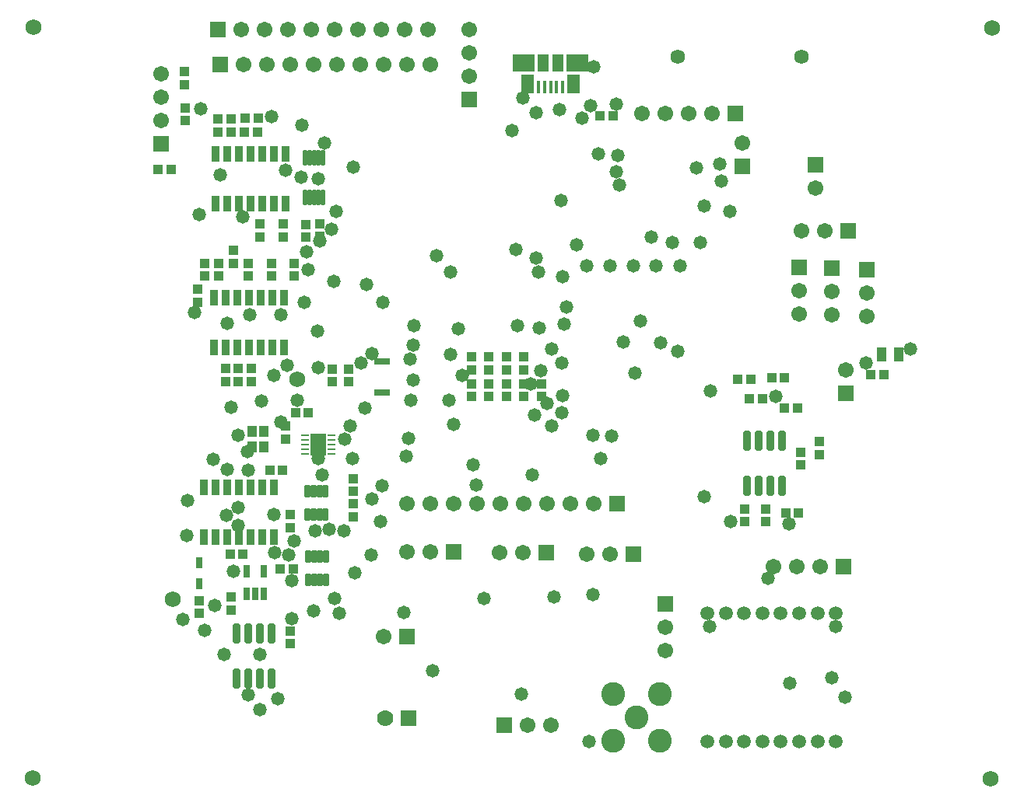
<source format=gts>
G04*
G04 #@! TF.GenerationSoftware,Altium Limited,Altium Designer,22.8.2 (66)*
G04*
G04 Layer_Color=8388736*
%FSLAX44Y44*%
%MOMM*%
G71*
G04*
G04 #@! TF.SameCoordinates,9714C633-81E7-4BB1-B996-9AD4BBD72758*
G04*
G04*
G04 #@! TF.FilePolarity,Negative*
G04*
G01*
G75*
%ADD23R,0.8128X0.2540*%
%ADD24R,1.7526X2.4892*%
%ADD27R,1.1750X1.9000*%
%ADD28R,1.4750X2.1000*%
%ADD29R,2.3750X1.9000*%
%ADD30R,0.4500X1.3800*%
%ADD32R,1.7000X0.8000*%
%ADD34R,1.0032X1.1032*%
%ADD35R,1.1032X1.0032*%
%ADD36R,0.8532X1.7282*%
%ADD37C,1.7272*%
%ADD38R,1.1032X1.3032*%
%ADD39R,0.8032X1.4032*%
G04:AMPARAMS|DCode=40|XSize=1.4132mm|YSize=0.6832mm|CornerRadius=0.1616mm|HoleSize=0mm|Usage=FLASHONLY|Rotation=90.000|XOffset=0mm|YOffset=0mm|HoleType=Round|Shape=RoundedRectangle|*
%AMROUNDEDRECTD40*
21,1,1.4132,0.3600,0,0,90.0*
21,1,1.0900,0.6832,0,0,90.0*
1,1,0.3232,0.1800,0.5450*
1,1,0.3232,0.1800,-0.5450*
1,1,0.3232,-0.1800,-0.5450*
1,1,0.3232,-0.1800,0.5450*
%
%ADD40ROUNDEDRECTD40*%
G04:AMPARAMS|DCode=41|XSize=2.1732mm|YSize=0.7932mm|CornerRadius=0.1754mm|HoleSize=0mm|Usage=FLASHONLY|Rotation=90.000|XOffset=0mm|YOffset=0mm|HoleType=Round|Shape=RoundedRectangle|*
%AMROUNDEDRECTD41*
21,1,2.1732,0.4425,0,0,90.0*
21,1,1.8225,0.7932,0,0,90.0*
1,1,0.3507,0.2213,0.9113*
1,1,0.3507,0.2213,-0.9113*
1,1,0.3507,-0.2213,-0.9113*
1,1,0.3507,-0.2213,0.9113*
%
%ADD41ROUNDEDRECTD41*%
%ADD42R,0.7532X1.2652*%
%ADD43R,1.1032X1.6032*%
G04:AMPARAMS|DCode=44|XSize=1.6732mm|YSize=0.4832mm|CornerRadius=0.1366mm|HoleSize=0mm|Usage=FLASHONLY|Rotation=270.000|XOffset=0mm|YOffset=0mm|HoleType=Round|Shape=RoundedRectangle|*
%AMROUNDEDRECTD44*
21,1,1.6732,0.2100,0,0,270.0*
21,1,1.4000,0.4832,0,0,270.0*
1,1,0.2732,-0.1050,-0.7000*
1,1,0.2732,-0.1050,0.7000*
1,1,0.2732,0.1050,0.7000*
1,1,0.2732,0.1050,-0.7000*
%
%ADD44ROUNDEDRECTD44*%
%ADD45C,1.7032*%
%ADD46R,1.7032X1.7032*%
%ADD47C,1.5842*%
%ADD48R,1.7032X1.7032*%
%ADD49C,1.5032*%
%ADD50R,1.7782X1.7782*%
%ADD51C,1.7782*%
%ADD52C,2.6032*%
%ADD53C,1.4732*%
D23*
X322072Y401060D02*
D03*
Y396060D02*
D03*
Y391060D02*
D03*
Y386060D02*
D03*
Y381060D02*
D03*
X351028D02*
D03*
Y386060D02*
D03*
Y391060D02*
D03*
Y396060D02*
D03*
Y401060D02*
D03*
D24*
X336550Y391060D02*
D03*
D27*
X580900Y806585D02*
D03*
X597650D02*
D03*
D28*
X613900Y783584D02*
D03*
X564650D02*
D03*
D29*
X560150Y806585D02*
D03*
X618401D02*
D03*
D30*
X582776Y779985D02*
D03*
X589275D02*
D03*
X602275D02*
D03*
X595775D02*
D03*
X576275D02*
D03*
D32*
X406306Y447820D02*
D03*
Y481820D02*
D03*
D34*
X951880Y467360D02*
D03*
X937880D02*
D03*
X309260Y255270D02*
D03*
X295260D02*
D03*
X297830Y363120D02*
D03*
X283830D02*
D03*
X240650Y271034D02*
D03*
X254650D02*
D03*
X325770Y425350D02*
D03*
X311770D02*
D03*
X176160Y690880D02*
D03*
X162160D02*
D03*
X657111Y749294D02*
D03*
X643110D02*
D03*
X859170Y316230D02*
D03*
X845170D02*
D03*
X830050Y463550D02*
D03*
X844050D02*
D03*
X793100Y461772D02*
D03*
X807100D02*
D03*
X844020Y430530D02*
D03*
X858020D02*
D03*
X805800Y440690D02*
D03*
X819800D02*
D03*
X270323Y731148D02*
D03*
X256323D02*
D03*
X271161Y746760D02*
D03*
X257160D02*
D03*
D35*
X204903Y559728D02*
D03*
Y545728D02*
D03*
X306070Y314240D02*
D03*
Y300240D02*
D03*
X374650Y312067D02*
D03*
Y326067D02*
D03*
X241300Y210689D02*
D03*
Y224689D02*
D03*
X306070Y173859D02*
D03*
Y187859D02*
D03*
X207010Y206879D02*
D03*
Y220879D02*
D03*
X374650Y353610D02*
D03*
Y339610D02*
D03*
X300990Y396860D02*
D03*
Y410860D02*
D03*
X560070Y472440D02*
D03*
Y486440D02*
D03*
X541020Y472440D02*
D03*
Y486440D02*
D03*
X521970Y472440D02*
D03*
Y486440D02*
D03*
X579120Y457200D02*
D03*
Y443200D02*
D03*
X502920Y457200D02*
D03*
Y443200D02*
D03*
X560070Y457200D02*
D03*
Y443200D02*
D03*
X502920Y472440D02*
D03*
Y486440D02*
D03*
X541020Y457200D02*
D03*
Y443200D02*
D03*
X521970Y457200D02*
D03*
Y443200D02*
D03*
X881380Y393842D02*
D03*
Y379842D02*
D03*
X800100Y320690D02*
D03*
Y306690D02*
D03*
X191770Y743570D02*
D03*
Y757570D02*
D03*
X190500Y782940D02*
D03*
Y796940D02*
D03*
X369570Y459090D02*
D03*
Y473090D02*
D03*
X351790Y473090D02*
D03*
Y459090D02*
D03*
X822960Y306690D02*
D03*
Y320690D02*
D03*
X861837Y382412D02*
D03*
Y368412D02*
D03*
X322579Y630570D02*
D03*
Y616570D02*
D03*
X298075Y616848D02*
D03*
Y630848D02*
D03*
X273136D02*
D03*
Y616848D02*
D03*
X263323Y459368D02*
D03*
Y473368D02*
D03*
X249353Y459368D02*
D03*
Y473368D02*
D03*
X235383D02*
D03*
Y459368D02*
D03*
X227763Y588288D02*
D03*
Y574288D02*
D03*
X241733Y745520D02*
D03*
Y731520D02*
D03*
X260667Y588288D02*
D03*
Y574288D02*
D03*
X310543Y588288D02*
D03*
Y574288D02*
D03*
X227190Y731520D02*
D03*
Y745520D02*
D03*
X213220Y574288D02*
D03*
Y588288D02*
D03*
X285606Y574288D02*
D03*
Y588288D02*
D03*
X338253Y631468D02*
D03*
Y617468D02*
D03*
X244273Y588258D02*
D03*
Y602258D02*
D03*
D36*
X298883Y550810D02*
D03*
X286183D02*
D03*
X273483D02*
D03*
X248083D02*
D03*
X235383D02*
D03*
X222683D02*
D03*
Y496570D02*
D03*
X235383D02*
D03*
X248083D02*
D03*
X260783D02*
D03*
X273483D02*
D03*
X286183D02*
D03*
X298883D02*
D03*
X260783Y550810D02*
D03*
X262890Y707840D02*
D03*
X300991Y653600D02*
D03*
X288291D02*
D03*
X275590D02*
D03*
X262890D02*
D03*
X250191D02*
D03*
X237491D02*
D03*
X224790D02*
D03*
Y707840D02*
D03*
X237491D02*
D03*
X250191D02*
D03*
X275590D02*
D03*
X288291D02*
D03*
X300991D02*
D03*
X250190Y344197D02*
D03*
X288290Y289957D02*
D03*
X275590D02*
D03*
X262890D02*
D03*
X250190D02*
D03*
X237490D02*
D03*
X224790D02*
D03*
X212090D02*
D03*
Y344197D02*
D03*
X224790D02*
D03*
X237490D02*
D03*
X262890D02*
D03*
X275590D02*
D03*
X288290D02*
D03*
D37*
X177800Y222250D02*
D03*
X313690Y462280D02*
D03*
X25400Y27940D02*
D03*
X1068070Y26670D02*
D03*
X1069340Y844550D02*
D03*
X26670Y845820D02*
D03*
D38*
X277160Y405520D02*
D03*
X264160D02*
D03*
X277160Y388520D02*
D03*
X264160D02*
D03*
D39*
X258470Y253050D02*
D03*
X277470D02*
D03*
Y228050D02*
D03*
X267970D02*
D03*
X258470D02*
D03*
D40*
X325530Y268990D02*
D03*
X332030D02*
D03*
X338530D02*
D03*
X345030D02*
D03*
Y243890D02*
D03*
X338530D02*
D03*
X332030D02*
D03*
X325530D02*
D03*
X324970Y339960D02*
D03*
X331470D02*
D03*
X337970D02*
D03*
X344470D02*
D03*
Y314860D02*
D03*
X337970D02*
D03*
X331470D02*
D03*
X324970D02*
D03*
D41*
X247650Y185289D02*
D03*
X260350D02*
D03*
X273050D02*
D03*
X285750D02*
D03*
Y135790D02*
D03*
X273050D02*
D03*
X260350D02*
D03*
X247650D02*
D03*
X840740Y345748D02*
D03*
X828040D02*
D03*
X815340D02*
D03*
X802640D02*
D03*
Y395248D02*
D03*
X815340D02*
D03*
X828040D02*
D03*
X840740D02*
D03*
D42*
X207010Y239329D02*
D03*
Y262090D02*
D03*
D43*
X949350Y488950D02*
D03*
X968350D02*
D03*
D44*
X331903Y660118D02*
D03*
X341903D02*
D03*
X336903D02*
D03*
X326903D02*
D03*
X321903D02*
D03*
Y703118D02*
D03*
X326903D02*
D03*
X331903D02*
D03*
X336903D02*
D03*
X341903D02*
D03*
D45*
X500380Y843280D02*
D03*
Y817880D02*
D03*
Y792480D02*
D03*
X798210Y719358D02*
D03*
X764540Y751840D02*
D03*
X739140D02*
D03*
X713740D02*
D03*
X688340D02*
D03*
X654050Y271780D02*
D03*
X628650D02*
D03*
X433070Y273783D02*
D03*
X458470D02*
D03*
X280670Y805180D02*
D03*
X458470D02*
D03*
X433070D02*
D03*
X407670D02*
D03*
X382270D02*
D03*
X356870D02*
D03*
X331470D02*
D03*
X306070D02*
D03*
X255270D02*
D03*
X831850Y257810D02*
D03*
X857250D02*
D03*
X882650D02*
D03*
X636270Y326390D02*
D03*
X585470D02*
D03*
X560070D02*
D03*
X534670D02*
D03*
X509270D02*
D03*
X483870D02*
D03*
X458470D02*
D03*
X433070D02*
D03*
X610870D02*
D03*
X407670Y181610D02*
D03*
X533400Y273050D02*
D03*
X558800D02*
D03*
X165666Y795020D02*
D03*
Y769620D02*
D03*
Y744220D02*
D03*
X877570Y670560D02*
D03*
X910590Y472440D02*
D03*
X859790Y558800D02*
D03*
Y533400D02*
D03*
X713740Y191770D02*
D03*
Y166370D02*
D03*
X887730Y623570D02*
D03*
X862330D02*
D03*
X933450Y556260D02*
D03*
Y530860D02*
D03*
X563880Y85090D02*
D03*
X589280D02*
D03*
X895350Y557530D02*
D03*
Y532130D02*
D03*
X278130Y843280D02*
D03*
X430530D02*
D03*
X405130D02*
D03*
X379730D02*
D03*
X354330D02*
D03*
X328930D02*
D03*
X303530D02*
D03*
X252730D02*
D03*
X455930D02*
D03*
D46*
X500380Y767080D02*
D03*
X798210Y693958D02*
D03*
X165666Y718820D02*
D03*
X877570Y695960D02*
D03*
X910590Y447040D02*
D03*
X859790Y584200D02*
D03*
X713740Y217170D02*
D03*
X933450Y581660D02*
D03*
X895350Y582930D02*
D03*
D47*
X862710Y813583D02*
D03*
X727710D02*
D03*
D48*
X789940Y751840D02*
D03*
X679450Y271780D02*
D03*
X483870Y273783D02*
D03*
X229870Y805180D02*
D03*
X908050Y257810D02*
D03*
X661670Y326390D02*
D03*
X433070Y181610D02*
D03*
X584200Y273050D02*
D03*
X913130Y623570D02*
D03*
X538480Y85090D02*
D03*
X227330Y843280D02*
D03*
D49*
X899780Y67310D02*
D03*
X879780D02*
D03*
X859780D02*
D03*
X839780D02*
D03*
X819780D02*
D03*
X799780D02*
D03*
X779780D02*
D03*
X759780D02*
D03*
Y207310D02*
D03*
X779780D02*
D03*
X799780D02*
D03*
X819780D02*
D03*
X839780D02*
D03*
X859780D02*
D03*
X879780D02*
D03*
X899780D02*
D03*
D50*
X434340Y92710D02*
D03*
D51*
X409340D02*
D03*
D52*
X708033Y68580D02*
D03*
X657233D02*
D03*
Y119380D02*
D03*
X708033D02*
D03*
X682633Y93980D02*
D03*
D53*
X189230Y200660D02*
D03*
X212667Y188639D02*
D03*
X602367Y443976D02*
D03*
X641350Y707390D02*
D03*
X774700Y678180D02*
D03*
X763270Y449480D02*
D03*
X680720Y468630D02*
D03*
X668020Y502920D02*
D03*
X708917Y501724D02*
D03*
X932180Y480060D02*
D03*
X727710Y492760D02*
D03*
X300862Y689482D02*
D03*
X721360Y610870D02*
D03*
X748030Y692150D02*
D03*
X730250Y585470D02*
D03*
X703580D02*
D03*
X679450D02*
D03*
X654050D02*
D03*
X628650D02*
D03*
X317500Y681990D02*
D03*
X576580Y518160D02*
D03*
X553235Y520670D02*
D03*
X406400Y546100D02*
D03*
X440690Y520670D02*
D03*
X388620Y565150D02*
D03*
X480060Y579120D02*
D03*
X338110Y612430D02*
D03*
X464820Y596900D02*
D03*
X374714Y693484D02*
D03*
X636270Y802640D02*
D03*
X558800Y768350D02*
D03*
X274320Y438150D02*
D03*
X201930Y534670D02*
D03*
X230091Y684546D02*
D03*
X207010Y641350D02*
D03*
X295910Y532130D02*
D03*
X261620D02*
D03*
X237490Y523240D02*
D03*
X288290Y466090D02*
D03*
X302299Y477396D02*
D03*
X394970Y490220D02*
D03*
X382841Y479361D02*
D03*
X436694Y484116D02*
D03*
X289040Y273442D02*
D03*
X403860Y307340D02*
D03*
X364490Y297180D02*
D03*
X405637Y345947D02*
D03*
X394970Y331470D02*
D03*
X332740Y297180D02*
D03*
X347980Y298450D02*
D03*
X331534Y209614D02*
D03*
X359600Y206692D02*
D03*
X313690Y439420D02*
D03*
X309880Y285750D02*
D03*
X307340Y242570D02*
D03*
X303995Y270510D02*
D03*
X429260Y208280D02*
D03*
X375920Y251460D02*
D03*
X393700Y270510D02*
D03*
X439420Y499110D02*
D03*
X488931Y516987D02*
D03*
X848945Y304087D02*
D03*
X825500Y245110D02*
D03*
X601980Y574040D02*
D03*
X437156Y439420D02*
D03*
X478333Y438661D02*
D03*
X578506Y471150D02*
D03*
X567311Y457200D02*
D03*
X603661Y521771D02*
D03*
X350840Y625160D02*
D03*
X492760Y465990D02*
D03*
X480060Y488950D02*
D03*
X617220Y608330D02*
D03*
X600710Y656381D02*
D03*
X483870Y412750D02*
D03*
X643890Y375920D02*
D03*
X504790Y369058D02*
D03*
X439420Y461010D02*
D03*
X208280Y756920D02*
D03*
X593090Y224790D02*
D03*
X756256Y334389D02*
D03*
X635664Y227709D02*
D03*
X784860Y307340D02*
D03*
X751840Y610870D02*
D03*
X655320Y400240D02*
D03*
X259180Y383540D02*
D03*
X248920Y401320D02*
D03*
X387350Y430530D02*
D03*
X568960Y358140D02*
D03*
X508000Y346710D02*
D03*
X353060Y568960D02*
D03*
X355600Y645160D02*
D03*
X285750Y748030D02*
D03*
X318770Y739140D02*
D03*
X342900Y719358D02*
D03*
X516890Y223520D02*
D03*
X834390Y443230D02*
D03*
X323850Y600710D02*
D03*
X321310Y546100D02*
D03*
X373380Y375920D02*
D03*
X340360Y358140D02*
D03*
X336550Y375700D02*
D03*
X365054Y396996D02*
D03*
X336550Y680720D02*
D03*
X635600Y401155D02*
D03*
X233680Y162560D02*
D03*
X849630Y130810D02*
D03*
X687070Y525780D02*
D03*
X273050Y162560D02*
D03*
X249460Y302402D02*
D03*
X336550Y474980D02*
D03*
X590550Y411480D02*
D03*
X354330Y223520D02*
D03*
X981050Y494684D02*
D03*
X370840Y411480D02*
D03*
X660400Y762000D02*
D03*
X193040Y292100D02*
D03*
X243840Y252730D02*
D03*
X762000Y193040D02*
D03*
X899260D02*
D03*
X601868Y479948D02*
D03*
X292100Y114300D02*
D03*
X222250Y374650D02*
D03*
X590550Y495300D02*
D03*
X585132Y435948D02*
D03*
X571861Y422677D02*
D03*
X434340Y397510D02*
D03*
X431800Y378460D02*
D03*
X606490Y540481D02*
D03*
X194310Y330200D02*
D03*
X663898Y673507D02*
D03*
X660400Y688340D02*
D03*
X632854Y760050D02*
D03*
X623570Y746760D02*
D03*
X598950Y756011D02*
D03*
X573765Y752115D02*
D03*
X601173Y425654D02*
D03*
X260350Y363220D02*
D03*
X237808Y363537D02*
D03*
X236239Y314126D02*
D03*
X698500Y617220D02*
D03*
X631190Y67310D02*
D03*
X248920Y322580D02*
D03*
X254000Y638642D02*
D03*
X573762Y594216D02*
D03*
X576215Y579026D02*
D03*
X551180Y603250D02*
D03*
X909320Y115570D02*
D03*
X895350Y137160D02*
D03*
X557530Y119380D02*
D03*
X335280Y514350D02*
D03*
X325120Y581660D02*
D03*
X273050Y102216D02*
D03*
X307975Y201295D02*
D03*
X773271Y696556D02*
D03*
X241300Y431800D02*
D03*
X295910Y415290D02*
D03*
X461059Y144731D02*
D03*
X223520Y215900D02*
D03*
X756412Y650748D02*
D03*
X784352Y644817D02*
D03*
X288290Y314960D02*
D03*
X547370Y732790D02*
D03*
X662738Y705695D02*
D03*
X260350Y118110D02*
D03*
M02*

</source>
